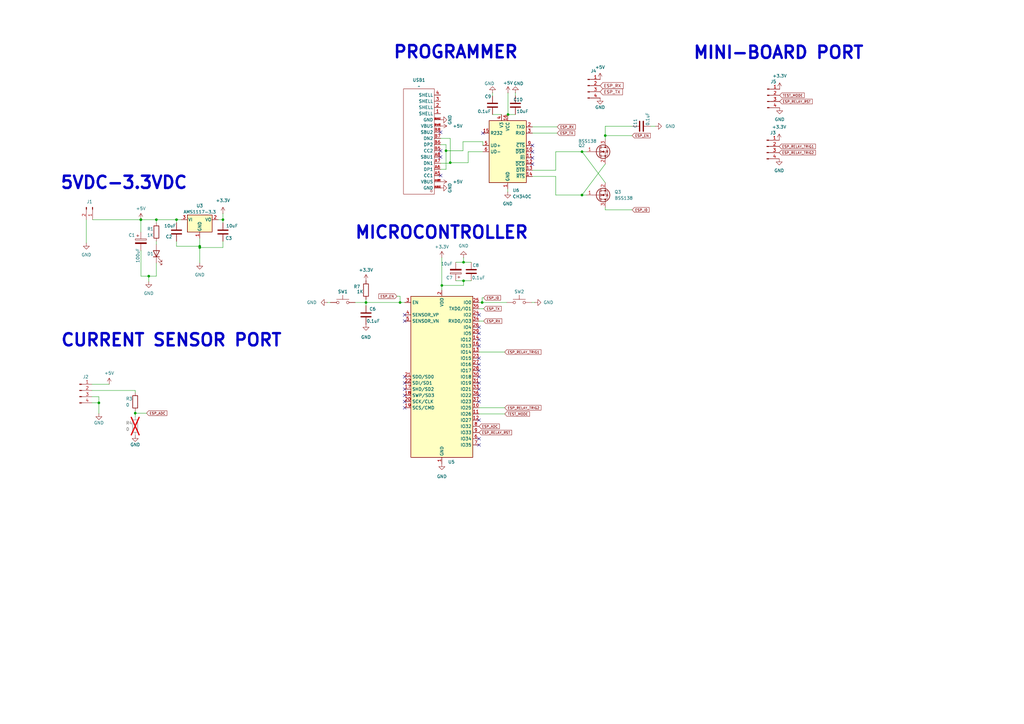
<source format=kicad_sch>
(kicad_sch (version 20250114) (generator "eeschema") (generator_version "9.0")
  (paper "A3")
  (lib_symbols
    (symbol "+5V_1" (power) (pin_numbers (hide yes)) (pin_names (offset 0) (hide yes))
      (property "Value" "+5V" (at 0 3.556 0))
      (symbol "+5V_1_0_1"
        (polyline (pts (xy -0.762 1.27) (xy 0 2.54)))
        (polyline (pts (xy 0 2.54) (xy 0.762 1.27)))
        (polyline (pts (xy 0 0) (xy 0 2.54)))
      )
      (symbol "+5V_1_1_1"
        (pin power_in line (at 0 0 90) (length 0) (name "~") (number "1"))
      )
    )
    (symbol "Connector:Conn_01x02_Pin" (pin_names (offset 1.016) (hide yes))
      (property "Reference" "J" (at 0 2.54 0))
      (property "Value" "Conn_01x02_Pin" (at 0 -5.08 0))
      (symbol "Conn_01x02_Pin_1_1"
        (rectangle (start 0.8636 0.127) (end 0 -0.127) (stroke (width 0.1524)) (fill (type outline)))
        (rectangle (start 0.8636 -2.413) (end 0 -2.667) (stroke (width 0.1524)) (fill (type outline)))
        (polyline (pts (xy 1.27 0) (xy 0.8636 0)) (stroke (width 0.1524)))
        (polyline (pts (xy 1.27 -2.54) (xy 0.8636 -2.54)) (stroke (width 0.1524)))
        (pin passive line (at 5.08 0 180) (length 3.81) (name "Pin_1") (number "1"))
        (pin passive line (at 5.08 -2.54 180) (length 3.81) (name "Pin_2") (number "2"))
      )
    )
    (symbol "Connector:Conn_01x04_Pin" (pin_names (offset 1.016) (hide yes))
      (property "Reference" "J" (at 0 5.08 0))
      (property "Value" "Conn_01x04_Pin" (at 0 -7.62 0))
      (symbol "Conn_01x04_Pin_1_1"
        (rectangle (start 0.8636 2.667) (end 0 2.413) (stroke (width 0.1524)) (fill (type outline)))
        (rectangle (start 0.8636 0.127) (end 0 -0.127) (stroke (width 0.1524)) (fill (type outline)))
        (rectangle (start 0.8636 -2.413) (end 0 -2.667) (stroke (width 0.1524)) (fill (type outline)))
        (rectangle (start 0.8636 -4.953) (end 0 -5.207) (stroke (width 0.1524)) (fill (type outline)))
        (polyline (pts (xy 1.27 2.54) (xy 0.8636 2.54)) (stroke (width 0.1524)))
        (polyline (pts (xy 1.27 0) (xy 0.8636 0)) (stroke (width 0.1524)))
        (polyline (pts (xy 1.27 -2.54) (xy 0.8636 -2.54)) (stroke (width 0.1524)))
        (polyline (pts (xy 1.27 -5.08) (xy 0.8636 -5.08)) (stroke (width 0.1524)))
        (pin passive line (at 5.08 2.54 180) (length 3.81) (name "Pin_1") (number "1"))
        (pin passive line (at 5.08 0 180) (length 3.81) (name "Pin_2") (number "2"))
        (pin passive line (at 5.08 -2.54 180) (length 3.81) (name "Pin_3") (number "3"))
        (pin passive line (at 5.08 -5.08 180) (length 3.81) (name "Pin_4") (number "4"))
      )
    )
    (symbol "Device:C" (pin_numbers (hide yes)) (pin_names (offset 0.254))
      (property "Reference" "C" (at 0.635 2.54 0))
      (property "Value" "C" (at 0.635 -2.54 0))
      (symbol "C_0_1"
        (polyline (pts (xy -2.032 0.762) (xy 2.032 0.762)) (stroke (width 0.508)))
        (polyline (pts (xy -2.032 -0.762) (xy 2.032 -0.762)) (stroke (width 0.508)))
      )
      (symbol "C_1_1"
        (pin passive line (at 0 3.81 270) (length 2.794) (name "~") (number "1"))
        (pin passive line (at 0 -3.81 90) (length 2.794) (name "~") (number "2"))
      )
    )
    (symbol "Device:C_Polarized" (pin_numbers (hide yes)) (pin_names (offset 0.254))
      (property "Reference" "C" (at 0.635 2.54 0))
      (property "Value" "C_Polarized" (at 0.635 -2.54 0))
      (symbol "C_Polarized_0_1"
        (rectangle (start -2.286 0.508) (end 2.286 1.016))
        (polyline (pts (xy -1.778 2.286) (xy -0.762 2.286)))
        (polyline (pts (xy -1.27 2.794) (xy -1.27 1.778)))
        (rectangle (start 2.286 -0.508) (end -2.286 -1.016) (fill (type outline)))
      )
      (symbol "C_Polarized_1_1"
        (pin passive line (at 0 3.81 270) (length 2.794) (name "~") (number "1"))
        (pin passive line (at 0 -3.81 90) (length 2.794) (name "~") (number "2"))
      )
    )
    (symbol "Device:LED" (pin_numbers (hide yes)) (pin_names (offset 1.016) (hide yes))
      (property "Reference" "D" (at 0 2.54 0))
      (property "Value" "LED" (at 0 -2.54 0))
      (symbol "LED_0_1"
        (polyline (pts (xy -3.048 -0.762) (xy -4.572 -2.286) (xy -3.81 -2.286) (xy -4.572 -2.286) (xy -4.572 -1.524)))
        (polyline (pts (xy -1.778 -0.762) (xy -3.302 -2.286) (xy -2.54 -2.286) (xy -3.302 -2.286) (xy -3.302 -1.524)))
        (polyline (pts (xy -1.27 0) (xy 1.27 0)))
        (polyline (pts (xy -1.27 -1.27) (xy -1.27 1.27)) (stroke (width 0.254)))
        (polyline (pts (xy 1.27 -1.27) (xy 1.27 1.27) (xy -1.27 0) (xy 1.27 -1.27)) (stroke (width 0.254)))
      )
      (symbol "LED_1_1"
        (pin passive line (at -3.81 0 0) (length 2.54) (name "K") (number "1"))
        (pin passive line (at 3.81 0 180) (length 2.54) (name "A") (number "2"))
      )
    )
    (symbol "Device:R" (pin_numbers (hide yes)) (pin_names (offset 0))
      (property "Reference" "R" (at 2.032 0 90))
      (property "Value" "R" (at 0 0 90))
      (symbol "R_0_1"
        (rectangle (start -1.016 -2.54) (end 1.016 2.54) (stroke (width 0.254)))
      )
      (symbol "R_1_1"
        (pin passive line (at 0 3.81 270) (length 1.27) (name "~") (number "1"))
        (pin passive line (at 0 -3.81 90) (length 1.27) (name "~") (number "2"))
      )
    )
    (symbol "EasyEDA_Lib:TYPE-C16PIN"
      (property "Reference" "USB" (at 0 0 0))
      (symbol "TYPE-C16PIN_1_0"
        (rectangle (start -6.35 -21.59) (end 6.35 21.59))
        (circle (center -5.08 20.32) (radius 0.381))
        (pin unspecified line (at -8.89 19.05 0) (length 2.54) (name "GND") (number "A1B12"))
        (pin unspecified line (at -8.89 16.51 0) (length 2.54) (name "VBUS") (number "A4B9"))
        (pin unspecified line (at -8.89 13.97 0) (length 2.54) (name "CC1") (number "A5"))
        (pin unspecified line (at -8.89 11.43 0) (length 2.54) (name "DP1") (number "A6"))
        (pin unspecified line (at -8.89 8.89 0) (length 2.54) (name "DN1") (number "A7"))
        (pin unspecified line (at -8.89 6.35 0) (length 2.54) (name "SBU1") (number "A8"))
        (pin unspecified line (at -8.89 3.81 0) (length 2.54) (name "CC2") (number "B5"))
        (pin unspecified line (at -8.89 1.27 0) (length 2.54) (name "DP2") (number "B6"))
        (pin unspecified line (at -8.89 -1.27 0) (length 2.54) (name "DN2") (number "B7"))
        (pin unspecified line (at -8.89 -3.81 0) (length 2.54) (name "SBU2") (number "B8"))
        (pin unspecified line (at -8.89 -6.35 0) (length 2.54) (name "VBUS") (number "B4A9"))
        (pin unspecified line (at -8.89 -8.89 0) (length 2.54) (name "GND") (number "B1A12"))
        (pin unspecified line (at -8.89 -11.43 0) (length 2.54) (name "SHELL") (number "1"))
        (pin unspecified line (at -8.89 -13.97 0) (length 2.54) (name "SHELL") (number "2"))
        (pin unspecified line (at -8.89 -16.51 0) (length 2.54) (name "SHELL") (number "3"))
        (pin unspecified line (at -8.89 -19.05 0) (length 2.54) (name "SHELL") (number "4"))
      )
    )
    (symbol "Interface_USB:CH340C"
      (property "Reference" "U" (at -5.08 13.97 0))
      (property "Value" "CH340C" (at 1.27 13.97 0))
      (symbol "CH340C_0_1"
        (rectangle (start -7.62 12.7) (end 7.62 -12.7) (stroke (width 0.254)) (fill (type background)))
      )
      (symbol "CH340C_1_1"
        (pin input line (at -10.16 7.62 0) (length 2.54) (name "R232") (number "15"))
        (pin bidirectional line (at -10.16 2.54 0) (length 2.54) (name "UD+") (number "5"))
        (pin bidirectional line (at -10.16 0 0) (length 2.54) (name "UD-") (number "6"))
        (pin no_connect line (at -7.62 -7.62 0) (length 2.54) (hide yes) (name "NC") (number "7"))
        (pin no_connect line (at -7.62 -10.16 0) (length 2.54) (hide yes) (name "NC") (number "8"))
        (pin passive line (at -2.54 15.24 270) (length 2.54) (name "V3") (number "4"))
        (pin power_in line (at 0 15.24 270) (length 2.54) (name "VCC") (number "16"))
        (pin power_in line (at 0 -15.24 90) (length 2.54) (name "GND") (number "1"))
        (pin output line (at 10.16 10.16 180) (length 2.54) (name "TXD") (number "2"))
        (pin input line (at 10.16 7.62 180) (length 2.54) (name "RXD") (number "3"))
        (pin input line (at 10.16 2.54 180) (length 2.54) (name "~{CTS}") (number "9"))
        (pin input line (at 10.16 0 180) (length 2.54) (name "~{DSR}") (number "10"))
        (pin input line (at 10.16 -2.54 180) (length 2.54) (name "~{RI}") (number "11"))
        (pin input line (at 10.16 -5.08 180) (length 2.54) (name "~{DCD}") (number "12"))
        (pin output line (at 10.16 -7.62 180) (length 2.54) (name "~{DTR}") (number "13"))
        (pin output line (at 10.16 -10.16 180) (length 2.54) (name "~{RTS}") (number "14"))
      )
    )
    (symbol "RF_Module:ESP32-WROOM-32"
      (property "Reference" "U" (at -12.7 34.29 0))
      (property "Value" "ESP32-WROOM-32" (at 1.27 34.29 0))
      (symbol "ESP32-WROOM-32_0_1"
        (rectangle (start -12.7 33.02) (end 12.7 -33.02) (stroke (width 0.254)) (fill (type background)))
      )
      (symbol "ESP32-WROOM-32_1_1"
        (pin input line (at -15.24 30.48 0) (length 2.54) (name "EN") (number "3"))
        (pin input line (at -15.24 25.4 0) (length 2.54) (name "SENSOR_VP") (number "4"))
        (pin input line (at -15.24 22.86 0) (length 2.54) (name "SENSOR_VN") (number "5"))
        (pin bidirectional line (at -15.24 0 0) (length 2.54) (name "SDO/SD0") (number "21"))
        (pin bidirectional line (at -15.24 -2.54 0) (length 2.54) (name "SDI/SD1") (number "22"))
        (pin bidirectional line (at -15.24 -5.08 0) (length 2.54) (name "SHD/SD2") (number "17"))
        (pin bidirectional line (at -15.24 -7.62 0) (length 2.54) (name "SWP/SD3") (number "18"))
        (pin bidirectional line (at -15.24 -10.16 0) (length 2.54) (name "SCK/CLK") (number "20"))
        (pin bidirectional line (at -15.24 -12.7 0) (length 2.54) (name "SCS/CMD") (number "19"))
        (pin no_connect line (at -12.7 -27.94 0) (length 2.54) (hide yes) (name "NC") (number "32"))
        (pin power_in line (at 0 35.56 270) (length 2.54) (name "VDD") (number "2"))
        (pin power_in line (at 0 -35.56 90) (length 2.54) (name "GND") (number "1"))
        (pin passive line (at 0 -35.56 90) (length 2.54) (hide yes) (name "GND") (number "15"))
        (pin passive line (at 0 -35.56 90) (length 2.54) (hide yes) (name "GND") (number "38"))
        (pin passive line (at 0 -35.56 90) (length 2.54) (hide yes) (name "GND") (number "39"))
        (pin bidirectional line (at 15.24 30.48 180) (length 2.54) (name "IO0") (number "25"))
        (pin bidirectional line (at 15.24 27.94 180) (length 2.54) (name "TXD0/IO1") (number "35"))
        (pin bidirectional line (at 15.24 25.4 180) (length 2.54) (name "IO2") (number "24"))
        (pin bidirectional line (at 15.24 22.86 180) (length 2.54) (name "RXD0/IO3") (number "34"))
        (pin bidirectional line (at 15.24 20.32 180) (length 2.54) (name "IO4") (number "26"))
        (pin bidirectional line (at 15.24 17.78 180) (length 2.54) (name "IO5") (number "29"))
        (pin bidirectional line (at 15.24 15.24 180) (length 2.54) (name "IO12") (number "14"))
        (pin bidirectional line (at 15.24 12.7 180) (length 2.54) (name "IO13") (number "16"))
        (pin bidirectional line (at 15.24 10.16 180) (length 2.54) (name "IO14") (number "13"))
        (pin bidirectional line (at 15.24 7.62 180) (length 2.54) (name "IO15") (number "23"))
        (pin bidirectional line (at 15.24 5.08 180) (length 2.54) (name "IO16") (number "27"))
        (pin bidirectional line (at 15.24 2.54 180) (length 2.54) (name "IO17") (number "28"))
        (pin bidirectional line (at 15.24 0 180) (length 2.54) (name "IO18") (number "30"))
        (pin bidirectional line (at 15.24 -2.54 180) (length 2.54) (name "IO19") (number "31"))
        (pin bidirectional line (at 15.24 -5.08 180) (length 2.54) (name "IO21") (number "33"))
        (pin bidirectional line (at 15.24 -7.62 180) (length 2.54) (name "IO22") (number "36"))
        (pin bidirectional line (at 15.24 -10.16 180) (length 2.54) (name "IO23") (number "37"))
        (pin bidirectional line (at 15.24 -12.7 180) (length 2.54) (name "IO25") (number "10"))
        (pin bidirectional line (at 15.24 -15.24 180) (length 2.54) (name "IO26") (number "11"))
        (pin bidirectional line (at 15.24 -17.78 180) (length 2.54) (name "IO27") (number "12"))
        (pin bidirectional line (at 15.24 -20.32 180) (length 2.54) (name "IO32") (number "8"))
        (pin bidirectional line (at 15.24 -22.86 180) (length 2.54) (name "IO33") (number "9"))
        (pin input line (at 15.24 -25.4 180) (length 2.54) (name "IO34") (number "6"))
        (pin input line (at 15.24 -27.94 180) (length 2.54) (name "IO35") (number "7"))
      )
    )
    (symbol "Regulator_Linear:AMS1117-3.3" (pin_names (offset 0.254))
      (property "Reference" "U" (at -3.81 3.175 0))
      (property "Value" "AMS1117-3.3" (at 0 3.175 0))
      (symbol "AMS1117-3.3_0_1"
        (rectangle (start -5.08 -5.08) (end 5.08 1.905) (stroke (width 0.254)) (fill (type background)))
      )
      (symbol "AMS1117-3.3_1_1"
        (pin power_in line (at -7.62 0 0) (length 2.54) (name "VI") (number "3"))
        (pin power_in line (at 0 -7.62 90) (length 2.54) (name "GND") (number "1"))
        (pin power_out line (at 7.62 0 180) (length 2.54) (name "VO") (number "2"))
      )
    )
    (symbol "Switch:SW_Push" (pin_numbers (hide yes)) (pin_names (offset 1.016) (hide yes))
      (property "Reference" "SW" (at 1.27 2.54 0))
      (property "Value" "SW_Push" (at 0 -1.524 0))
      (symbol "SW_Push_0_1"
        (circle (center -2.032 0) (radius 0.508))
        (polyline (pts (xy 0 1.27) (xy 0 3.048)))
        (circle (center 2.032 0) (radius 0.508))
        (polyline (pts (xy 2.54 1.27) (xy -2.54 1.27)))
        (pin passive line (at -5.08 0 0) (length 2.54) (name "1") (number "1"))
        (pin passive line (at 5.08 0 180) (length 2.54) (name "2") (number "2"))
      )
    )
    (symbol "Transistor_FET:BSS138" (pin_names (hide yes))
      (property "Reference" "Q" (at 5.08 1.905 0))
      (property "Value" "BSS138" (at 5.08 0 0))
      (symbol "BSS138_0_1"
        (polyline (pts (xy 0.254 1.905) (xy 0.254 -1.905)) (stroke (width 0.254)))
        (polyline (pts (xy 0.254 0) (xy -2.54 0)))
        (polyline (pts (xy 0.762 2.286) (xy 0.762 1.27)) (stroke (width 0.254)))
        (polyline (pts (xy 0.762 0.508) (xy 0.762 -0.508)) (stroke (width 0.254)))
        (polyline (pts (xy 0.762 -1.27) (xy 0.762 -2.286)) (stroke (width 0.254)))
        (polyline (pts (xy 0.762 -1.778) (xy 3.302 -1.778) (xy 3.302 1.778) (xy 0.762 1.778)))
        (polyline (pts (xy 1.016 0) (xy 2.032 0.381) (xy 2.032 -0.381) (xy 1.016 0)) (fill (type outline)))
        (circle (center 1.651 0) (radius 2.794) (stroke (width 0.254)))
        (polyline (pts (xy 2.54 2.54) (xy 2.54 1.778)))
        (circle (center 2.54 1.778) (radius 0.254) (fill (type outline)))
        (circle (center 2.54 -1.778) (radius 0.254) (fill (type outline)))
        (polyline (pts (xy 2.54 -2.54) (xy 2.54 0) (xy 0.762 0)))
        (polyline (pts (xy 2.794 0.508) (xy 2.921 0.381) (xy 3.683 0.381) (xy 3.81 0.254)))
        (polyline (pts (xy 3.302 0.381) (xy 2.921 -0.254) (xy 3.683 -0.254) (xy 3.302 0.381)))
      )
      (symbol "BSS138_1_1"
        (pin input line (at -5.08 0 0) (length 2.54) (name "G") (number "1"))
        (pin passive line (at 2.54 5.08 270) (length 2.54) (name "D") (number "3"))
        (pin passive line (at 2.54 -5.08 90) (length 2.54) (name "S") (number "2"))
      )
    )
    (symbol "power:+3.3V" (power) (pin_numbers (hide yes)) (pin_names (offset 0) (hide yes))
      (property "Value" "+3.3V" (at 0 3.556 0))
      (symbol "+3.3V_0_1"
        (polyline (pts (xy -0.762 1.27) (xy 0 2.54)))
        (polyline (pts (xy 0 2.54) (xy 0.762 1.27)))
        (polyline (pts (xy 0 0) (xy 0 2.54)))
      )
      (symbol "+3.3V_1_1"
        (pin power_in line (at 0 0 90) (length 0) (name "~") (number "1"))
      )
    )
    (symbol "power:+5V" (power) (pin_numbers (hide yes)) (pin_names (offset 0) (hide yes))
      (property "Value" "+5V" (at 0 3.556 0))
      (symbol "+5V_0_1"
        (polyline (pts (xy -0.762 1.27) (xy 0 2.54)))
        (polyline (pts (xy 0 2.54) (xy 0.762 1.27)))
        (polyline (pts (xy 0 0) (xy 0 2.54)))
      )
      (symbol "+5V_1_1"
        (pin power_in line (at 0 0 90) (length 0) (name "~") (number "1"))
      )
    )
    (symbol "power:GND" (power) (pin_numbers (hide yes)) (pin_names (offset 0) (hide yes))
      (property "Value" "GND" (at 0 -3.81 0))
      (symbol "GND_0_1"
        (polyline (pts (xy 0 0) (xy 0 -1.27) (xy 1.27 -1.27) (xy 0 -2.54) (xy -1.27 -1.27) (xy 0 -1.27)))
      )
      (symbol "GND_1_1"
        (pin power_in line (at 0 0 270) (length 0) (name "~") (number "1"))
      )
    )
  )
  (text "MICROCONTROLLER" (at 145.2602 98.3987 0) (effects (font (size 5 5) (thickness 1) (bold yes)) (justify left bottom)))
  (text "5VDC-3.3VDC\n" (at 24.4631 77.9764 0) (effects (font (size 5 5) (thickness 1) (bold yes)) (justify left bottom)))
  (text "MINI-BOARD PORT\n" (at 284.0341 24.637 0) (effects (font (size 5 5) (thickness 1) (bold yes)) (justify left bottom)))
  (text "CURRENT SENSOR PORT" (at 24.6484 142.559 0) (effects (font (size 5 5) (thickness 1) (bold yes)) (justify left bottom)))
  (text "PROGRAMMER\n" (at 161.0229 24.4093 0) (effects (font (size 5 5) (thickness 1) (bold yes)) (justify left bottom)))
  (junction (at 72.3943 90.0896))
  (junction (at 164.0809 124.065))
  (junction (at 61.0085 113.2494))
  (junction (at 57.7734 90.0896))
  (junction (at 238.7052 62.2097))
  (junction (at 248.2302 55.6057))
  (junction (at 182.9316 61.8093))
  (junction (at 150.1109 124.065))
  (junction (at 64.1393 90.0896))
  (junction (at 40.5655 165.2296))
  (junction (at 208.3522 46.9697))
  (junction (at 81.9193 101.5196))
  (junction (at 55.4518 169.4569))
  (junction (at 190.1159 107.555))
  (junction (at 181.2259 117.08))
  (junction (at 190.1159 115.175))
  (junction (at 57.7893 90.0896))
  (junction (at 81.9193 100.9995))
  (junction (at 91.4443 90.0896))
  (junction (at 197.7359 124.065))
  (junction (at 238.7052 79.9897))
  (junction (at 184.6666 66.7141))
  (no_connect (at 196.4659 179.945))
  (no_connect (at 196.4659 139.305))
  (no_connect (at 196.4659 146.925))
  (no_connect (at 196.4659 182.485))
  (no_connect (at 165.9859 154.545))
  (no_connect (at 196.4659 162.165))
  (no_connect (at 165.9859 129.145))
  (no_connect (at 180.7191 72.0081))
  (no_connect (at 165.9859 162.165))
  (no_connect (at 196.4659 159.625))
  (no_connect (at 180.7191 64.3881))
  (no_connect (at 196.4659 129.145))
  (no_connect (at 180.7191 61.8481))
  (no_connect (at 180.7191 54.2281))
  (no_connect (at 165.9859 159.625))
  (no_connect (at 165.9859 131.685))
  (no_connect (at 218.3852 62.2097))
  (no_connect (at 196.4659 154.545))
  (no_connect (at 198.0652 54.5897))
  (no_connect (at 218.3852 67.2897))
  (no_connect (at 165.9859 167.245))
  (no_connect (at 196.4659 152.005))
  (no_connect (at 196.4659 172.325))
  (no_connect (at 196.4659 134.225))
  (no_connect (at 165.9859 157.085))
  (no_connect (at 196.4659 136.765))
  (no_connect (at 218.3852 64.7497))
  (no_connect (at 218.3852 59.6697))
  (no_connect (at 196.4659 164.705))
  (no_connect (at 165.9859 164.705))
  (no_connect (at 196.4659 149.465))
  (no_connect (at 196.4659 157.085))
  (no_connect (at 196.4659 141.845))
  (wire (pts (xy 227.9102 62.2097) (xy 227.9102 69.8297)))
  (wire (pts (xy 189.8967 58.0957) (xy 198.0652 58.0957)))
  (wire (pts (xy 208.3522 46.9697) (xy 208.2252 46.9697)))
  (wire (pts (xy 190.1159 117.08) (xy 181.2259 117.08)))
  (wire (pts (xy 81.9193 97.7096) (xy 81.9193 100.9995)))
  (wire (pts (xy 198.3709 122.16) (xy 197.7359 122.16)))
  (wire (pts (xy 218.3852 54.5897) (xy 228.5452 54.5897)))
  (wire (pts (xy 248.2302 74.9097) (xy 238.7052 62.2097)))
  (wire (pts (xy 202.0022 46.9697) (xy 205.6852 46.9697)))
  (wire (pts (xy 81.9193 100.9995) (xy 81.9193 101.5196)))
  (wire (pts (xy 37.6908 160.1496) (xy 55.4518 160.1496)))
  (wire (pts (xy 196.4659 144.385) (xy 207.0078 144.385)))
  (wire (pts (xy 207.0492 169.785) (xy 196.4659 169.785)))
  (wire (pts (xy 40.5655 165.2296) (xy 40.5655 169.6028)))
  (wire (pts (xy 164.0809 121.525) (xy 164.0809 124.065)))
  (wire (pts (xy 61.0085 115.4801) (xy 61.0085 113.2494)))
  (wire (pts (xy 182.9316 69.4681) (xy 180.7191 69.4681)))
  (wire (pts (xy 57.7734 90.0896) (xy 57.7893 90.0896)))
  (wire (pts (xy 190.1159 115.175) (xy 190.1159 117.08)))
  (wire (pts (xy 219.3259 124.065) (xy 218.0559 124.065)))
  (wire (pts (xy 35.4201 99.6707) (xy 35.4201 90.0896)))
  (wire (pts (xy 81.9193 101.5196) (xy 81.9193 107.8696)))
  (wire (pts (xy 64.1393 90.0896) (xy 72.3943 90.0896)))
  (wire (pts (xy 196.4659 126.605) (xy 198.3709 126.605)))
  (wire (pts (xy 40.5655 162.6896) (xy 40.5655 165.2296)))
  (wire (pts (xy 145.6659 124.065) (xy 150.1109 124.065)))
  (wire (pts (xy 150.1109 124.065) (xy 150.1109 125.335)))
  (wire (pts (xy 227.9102 79.9897) (xy 238.7052 79.9897)))
  (wire (pts (xy 238.7052 79.9897) (xy 240.6102 79.9897)))
  (wire (pts (xy 208.3522 38.0797) (xy 208.3522 46.9697)))
  (wire (pts (xy 91.4443 101.5196) (xy 81.9193 101.5196)))
  (wire (pts (xy 37.6908 157.6096) (xy 44.8001 157.6096)))
  (wire (pts (xy 150.1109 122.795) (xy 150.1109 124.065)))
  (wire (pts (xy 64.1393 90.0896) (xy 64.1393 91.3596)))
  (wire (pts (xy 37.6908 162.6896) (xy 40.5655 162.6896)))
  (wire (pts (xy 57.7893 102.7896) (xy 57.8238 102.7896)))
  (wire (pts (xy 248.2302 51.7957) (xy 248.2302 55.6057)))
  (wire (pts (xy 189.8967 58.0957) (xy 189.8967 61.8093)))
  (wire (pts (xy 191.9987 62.2097) (xy 191.9987 66.7141)))
  (wire (pts (xy 89.5393 90.0896) (xy 91.4443 90.0896)))
  (wire (pts (xy 211.4002 46.9697) (xy 208.3522 46.9697)))
  (wire (pts (xy 218.3852 69.8297) (xy 227.9102 69.8297)))
  (wire (pts (xy 91.4443 98.9796) (xy 91.4443 101.5196)))
  (wire (pts (xy 91.4443 87.5496) (xy 91.4443 90.0896)))
  (wire (pts (xy 190.1159 115.175) (xy 193.2909 115.175)))
  (wire (pts (xy 208.2252 77.4497) (xy 208.2252 78.7197)))
  (wire (pts (xy 198.0652 58.0957) (xy 198.0652 59.6697)))
  (wire (pts (xy 197.7359 124.065) (xy 196.4659 124.065)))
  (wire (pts (xy 248.2302 86.0857) (xy 248.2302 85.0697)))
  (wire (pts (xy 72.3943 98.9796) (xy 72.3943 100.9995)))
  (wire (pts (xy 72.3943 90.0896) (xy 74.2993 90.0896)))
  (wire (pts (xy 186.9409 107.555) (xy 190.1159 107.555)))
  (wire (pts (xy 57.8238 102.7896) (xy 57.8238 113.2494)))
  (wire (pts (xy 266.8992 51.7957) (xy 268.8042 51.7957)))
  (wire (pts (xy 196.4659 131.685) (xy 198.3709 131.685)))
  (wire (pts (xy 55.4518 168.6218) (xy 55.4518 169.4569)))
  (wire (pts (xy 227.9102 62.2097) (xy 238.7052 62.2097)))
  (wire (pts (xy 57.7893 95.1696) (xy 57.7893 90.0896)))
  (wire (pts (xy 248.2302 67.2897) (xy 238.7052 79.9897)))
  (wire (pts (xy 248.2302 55.6057) (xy 259.2792 55.6057)))
  (wire (pts (xy 37.6908 165.2296) (xy 40.5655 165.2296)))
  (wire (pts (xy 248.2302 86.0857) (xy 259.2792 86.0857)))
  (wire (pts (xy 259.2792 51.7957) (xy 248.2302 51.7957)))
  (wire (pts (xy 227.9102 72.3697) (xy 227.9102 79.9897)))
  (wire (pts (xy 182.9316 61.8093) (xy 182.9316 69.4681)))
  (wire (pts (xy 248.2302 55.6057) (xy 248.2302 57.1297)))
  (wire (pts (xy 189.8967 61.8093) (xy 182.9316 61.8093)))
  (wire (pts (xy 181.2259 117.08) (xy 181.2259 118.985)))
  (wire (pts (xy 182.9316 59.3081) (xy 182.9316 61.8093)))
  (wire (pts (xy 134.2359 124.065) (xy 135.5059 124.065)))
  (wire (pts (xy 238.7052 62.2097) (xy 240.6102 62.2097)))
  (wire (pts (xy 61.0085 113.2494) (xy 64.1393 113.2494)))
  (wire (pts (xy 91.4443 90.0896) (xy 91.4443 91.3596)))
  (wire (pts (xy 57.8238 113.2494) (xy 61.0085 113.2494)))
  (wire (pts (xy 218.3852 52.0497) (xy 228.5452 52.0497)))
  (wire (pts (xy 55.4518 160.1496) (xy 55.4518 161.0018)))
  (wire (pts (xy 190.1159 105.65) (xy 190.1159 107.555)))
  (wire (pts (xy 197.7359 122.16) (xy 197.7359 124.065)))
  (wire (pts (xy 184.6666 66.7141) (xy 184.6666 66.9281)))
  (wire (pts (xy 57.7893 90.0896) (xy 64.1393 90.0896)))
  (wire (pts (xy 180.7191 56.7681) (xy 184.6666 56.7681)))
  (wire (pts (xy 196.4659 167.245) (xy 207.0078 167.245)))
  (wire (pts (xy 202.0022 38.0797) (xy 202.0022 39.3497)))
  (wire (pts (xy 37.9601 90.0896) (xy 57.7734 90.0896)))
  (wire (pts (xy 191.9987 66.7141) (xy 184.6666 66.7141)))
  (wire (pts (xy 181.2259 105.65) (xy 181.2259 117.08)))
  (wire (pts (xy 218.3852 72.3697) (xy 227.9102 72.3697)))
  (wire (pts (xy 184.6666 66.9281) (xy 180.7191 66.9281)))
  (wire (pts (xy 72.3943 90.0896) (xy 72.3943 91.3596)))
  (wire (pts (xy 186.9409 115.175) (xy 190.1159 115.175)))
  (wire (pts (xy 60.1069 169.4569) (xy 55.4518 169.4569)))
  (wire (pts (xy 64.1393 107.8696) (xy 64.1393 113.2494)))
  (wire (pts (xy 190.1159 107.555) (xy 193.2909 107.555)))
  (wire (pts (xy 162.8109 121.525) (xy 164.0809 121.525)))
  (wire (pts (xy 191.9987 62.2097) (xy 198.0652 62.2097)))
  (wire (pts (xy 64.1393 98.9796) (xy 64.1393 100.2496)))
  (wire (pts (xy 207.8959 124.065) (xy 197.7359 124.065)))
  (wire (pts (xy 150.1109 124.065) (xy 164.0809 124.065)))
  (wire (pts (xy 164.0809 124.065) (xy 165.9859 124.065)))
  (wire (pts (xy 55.4518 169.4569) (xy 55.4518 170.9491)))
  (wire (pts (xy 211.4002 39.3497) (xy 211.4002 38.0797)))
  (wire (pts (xy 184.6666 56.7681) (xy 184.6666 66.7141)))
  (wire (pts (xy 180.7191 59.3081) (xy 182.9316 59.3081)))
  (wire (pts (xy 72.3943 100.9995) (xy 81.9193 100.9995)))
  (global_label "ESP_RX" (shape input) (at 246.1267 35.1175 0) (property "Intersheetrefs" "${INTERSHEET_REFS}" (effects (hide yes))))
  (global_label "ESP_I0" (shape input) (at 259.2792 86.0857 0) (effects (font (size 1 1))) (property "Intersheetrefs" "${INTERSHEET_REFS}" (effects (hide yes))))
  (global_label "ESP_RX" (shape input) (at 198.3709 131.685 0) (effects (font (size 1 1))) (property "Intersheetrefs" "${INTERSHEET_REFS}" (effects (hide yes))))
  (global_label "ESP_EN" (shape input) (at 162.8109 121.525 180) (effects (font (size 1 1))) (property "Intersheetrefs" "${INTERSHEET_REFS}" (effects (hide yes))))
  (global_label "ESP_EN" (shape input) (at 259.2792 55.6057 0) (effects (font (size 1 1))) (property "Intersheetrefs" "${INTERSHEET_REFS}" (effects (hide yes))))
  (global_label "ESP_TX" (shape input) (at 228.5452 54.5897 0) (effects (font (size 1 1))) (property "Intersheetrefs" "${INTERSHEET_REFS}" (effects (hide yes))))
  (global_label "ESP_ADC" (shape input) (at 196.4659 174.865 0) (effects (font (size 1 1))) (property "Intersheetrefs" "${INTERSHEET_REFS}" (effects (hide yes))))
  (global_label "ESP_RELAY_TRIG2" (shape input) (at 207.0078 167.245 0) (effects (font (size 1 1))) (property "Intersheetrefs" "${INTERSHEET_REFS}" (effects (hide yes))))
  (global_label "TEST_MODE" (shape input) (at 207.0492 169.785 0) (effects (font (size 1 1))) (property "Intersheetrefs" "${INTERSHEET_REFS}" (effects (hide yes))))
  (global_label "ESP_RELAY_RST" (shape input) (at 196.4659 177.405 0) (effects (font (size 1 1))) (property "Intersheetrefs" "${INTERSHEET_REFS}" (effects (hide yes))))
  (global_label "ESP_RELAY_TRIG2" (shape input) (at 319.5763 62.5957 0) (effects (font (size 1 1))) (property "Intersheetrefs" "${INTERSHEET_REFS}" (effects (hide yes))))
  (global_label "ESP_RELAY_TRIG1" (shape input) (at 319.5763 60.0557 0) (effects (font (size 1 1))) (property "Intersheetrefs" "${INTERSHEET_REFS}" (effects (hide yes))))
  (global_label "ESP_TX" (shape input) (at 246.1267 37.6575 0) (property "Intersheetrefs" "${INTERSHEET_REFS}" (effects (hide yes))))
  (global_label "ESP_RELAY_TRIG1" (shape input) (at 207.0078 144.385 0) (effects (font (size 1 1))) (property "Intersheetrefs" "${INTERSHEET_REFS}" (effects (hide yes))))
  (global_label "ESP_TX" (shape input) (at 198.3709 126.605 0) (effects (font (size 1 1))) (property "Intersheetrefs" "${INTERSHEET_REFS}" (effects (hide yes))))
  (global_label "TEST_MODE" (shape input) (at 319.7668 39.0906 0) (effects (font (size 1 1))) (property "Intersheetrefs" "${INTERSHEET_REFS}" (effects (hide yes))))
  (global_label "ESP_I0" (shape input) (at 198.3709 122.16 0) (effects (font (size 1 1))) (property "Intersheetrefs" "${INTERSHEET_REFS}" (effects (hide yes))))
  (global_label "ESP_RELAY_RST" (shape input) (at 319.7668 41.6306 0) (effects (font (size 1 1))) (property "Intersheetrefs" "${INTERSHEET_REFS}" (effects (hide yes))))
  (global_label "ESP_RX" (shape input) (at 228.5452 52.0497 0) (effects (font (size 1 1))) (property "Intersheetrefs" "${INTERSHEET_REFS}" (effects (hide yes))))
  (global_label "ESP_ADC" (shape input) (at 60.1069 169.4569 0) (effects (font (size 1 1))) (property "Intersheetrefs" "${INTERSHEET_REFS}" (effects (hide yes))))
  (symbol (lib_id "Switch:SW_Push") (at 212.9759 124.065 0) (unit 1)
    (property "Reference" "SW2" (at 212.9759 119.62 0))
    (property "Value" "SW_Push" (effects (hide yes)))
    (property "Footprint" "Connector_PinHeader_1.27mm:PinHeader_1x02_P1.27mm_Vertical" (effects (hide yes)))
  )
  (symbol (lib_id "power:GND") (at 150.1109 132.955 0) (unit 1)
    (property "Reference" "#PWR018" (effects (hide yes)))
    (property "Value" "GND" (at 150.1109 138.289 0))
    (property "Description" "Power symbol creates a global label with name \"GND\" , ground" (effects (hide yes)))
  )
  (symbol (lib_id "power:GND") (at 61.0085 115.4801 0) (unit 1)
    (property "Reference" "#PWR03" (effects (hide yes)))
    (property "Value" "GND" (at 61.0085 120.3061 0))
    (property "Description" "Power symbol creates a global label with name \"GND\" , ground" (effects (hide yes)))
  )
  (symbol (lib_id "Connector:Conn_01x02_Pin") (at 37.9601 85.0096 270) (unit 1)
    (property "Reference" "J1" (at 35.5346 82.7215 90) (effects (justify left)))
    (property "Value" "Conn_01x02_Pin" (effects (hide yes)))
    (property "Footprint" "Connector_PinHeader_2.54mm:PinHeader_1x02_P2.54mm_Vertical" (effects (hide yes)))
    (property "Description" "Generic connector, single row, 01x02, script generated" (effects (hide yes)))
  )
  (symbol (lib_id "power:GND") (at 181.2259 190.105 0) (unit 1)
    (property "Reference" "#PWR024" (effects (hide yes)))
    (property "Value" "GND" (at 181.2259 195.439 0))
    (property "Description" "Power symbol creates a global label with name \"GND\" , ground" (effects (hide yes)))
  )
  (symbol (lib_id "Connector:Conn_01x04_Pin") (at 314.6868 39.0906 0) (unit 1)
    (property "Reference" "J5" (at 317.2226 33.4851 0))
    (property "Value" "Conn_01x04_Pin" (effects (hide yes)))
    (property "Footprint" "Connector_PinSocket_1.27mm:PinSocket_1x04_P1.27mm_Vertical" (effects (hide yes)))
    (property "Description" "Generic connector, single row, 01x04, script generated" (effects (hide yes)))
  )
  (symbol (lib_id "Transistor_FET:BSS138") (at 245.6902 62.2097 0) (unit 1)
    (property "Reference" "Q2" (at 237.1812 59.6697 0) (effects (justify left)))
    (property "Value" "BSS138" (at 237.1812 57.8917 0) (effects (justify left)))
    (property "Footprint" "Package_TO_SOT_SMD:SOT-23" (effects (hide yes)))
    (property "Datasheet" "https://www.onsemi.com/pub/Collateral/BSS138-D.PDF" (effects (hide yes)))
    (property "LCSC" "C426569" (effects (hide yes)))
  )
  (symbol (lib_id "Device:R") (at 55.4518 174.7591 0) (unit 1) (dnp yes)
    (property "Reference" "R4" (at 51.6418 173.4891 0) (effects (justify left)))
    (property "Value" "0" (at 51.6418 176.0291 0) (effects (justify left)))
    (property "Footprint" "Resistor_SMD:R_0603_1608Metric_Pad0.98x0.95mm_HandSolder" (effects (hide yes)))
    (property "LCSC" "C95177" (effects (hide yes)))
  )
  (symbol (lib_name "+5V_1") (lib_id "power:+5V") (at 44.8001 157.6096 0) (unit 1)
    (property "Reference" "#PWR05" (effects (hide yes)))
    (property "Value" "+5V" (at 44.8001 153.0376 0))
    (property "Description" "Power symbol creates a global label with name \"+5V\"" (effects (hide yes)))
  )
  (symbol (lib_id "Device:C") (at 193.2909 111.365 180) (unit 1)
    (property "Reference" "C8" (at 196.4659 108.825 0) (effects (justify left)))
    (property "Value" "0.1uF" (at 199.0059 113.905 0) (effects (justify left)))
    (property "Footprint" "Capacitor_SMD:C_0805_2012Metric_Pad1.18x1.45mm_HandSolder" (effects (hide yes)))
    (property "LCSC" "C49678" (effects (hide yes)))
  )
  (symbol (lib_id "Device:C") (at 91.4443 95.1696 0) (mirror x) (unit 1)
    (property "Reference" "C3" (at 92.4603 97.7096 0) (effects (justify left)))
    (property "Value" "10uF" (at 92.7143 92.6296 0) (effects (justify left)))
    (property "Footprint" "Capacitor_SMD:C_0603_1608Metric" (effects (hide yes)))
    (property "LCSC" "C92487" (effects (hide yes)))
  )
  (symbol (lib_id "power:GND") (at 319.7668 44.1706 0) (unit 1)
    (property "Reference" "#PWR039" (effects (hide yes)))
    (property "Value" "GND" (at 319.7668 48.9966 0))
    (property "Description" "Power symbol creates a global label with name \"GND\" , ground" (effects (hide yes)))
  )
  (symbol (lib_id "power:GND") (at 202.0022 38.0797 180) (unit 1)
    (property "Reference" "#PWR026" (effects (hide yes)))
    (property "Value" "GND" (at 200.7322 34.2697 0))
    (property "Description" "Power symbol creates a global label with name \"GND\" , ground" (effects (hide yes)))
  )
  (symbol (lib_id "power:GND") (at 211.4002 38.0797 180) (unit 1)
    (property "Reference" "#PWR029" (effects (hide yes)))
    (property "Value" "GND" (at 212.6702 34.2697 0))
    (property "Description" "Power symbol creates a global label with name \"GND\" , ground" (effects (hide yes)))
  )
  (symbol (lib_id "Device:R") (at 55.4518 164.8118 0) (unit 1)
    (property "Reference" "R3" (at 51.6418 163.5418 0) (effects (justify left)))
    (property "Value" "0" (at 51.6418 166.0818 0) (effects (justify left)))
    (property "Footprint" "Resistor_SMD:R_0603_1608Metric_Pad0.98x0.95mm_HandSolder" (effects (hide yes)))
    (property "LCSC" "C95177" (effects (hide yes)))
  )
  (symbol (lib_id "Device:C") (at 211.4002 43.1597 180) (unit 1)
    (property "Reference" "C10" (at 214.4482 40.8737 0) (effects (justify left)))
    (property "Value" "10uF" (at 216.7342 45.6997 0) (effects (justify left)))
    (property "Footprint" "Capacitor_SMD:C_0805_2012Metric_Pad1.18x1.45mm_HandSolder" (effects (hide yes)))
    (property "LCSC" "C15850" (effects (hide yes)))
  )
  (symbol (lib_id "power:GND") (at 180.7191 77.0881 90) (unit 1)
    (property "Reference" "#PWR022" (effects (hide yes)))
    (property "Value" "GND" (at 184.5291 77.0881 0))
    (property "Description" "Power symbol creates a global label with name \"GND\" , ground" (effects (hide yes)))
  )
  (symbol (lib_id "Transistor_FET:BSS138") (at 245.6902 79.9897 0) (mirror x) (unit 1)
    (property "Reference" "Q3" (at 252.0402 78.7196 0) (effects (justify left)))
    (property "Value" "BSS138" (at 252.0402 81.2596 0) (effects (justify left)))
    (property "Footprint" "Package_TO_SOT_SMD:SOT-23" (effects (hide yes)))
    (property "Datasheet" "https://www.onsemi.com/pub/Collateral/BSS138-D.PDF" (effects (hide yes)))
    (property "LCSC" "C426569" (effects (hide yes)))
  )
  (symbol (lib_id "Device:C") (at 202.0022 43.1597 180) (unit 1)
    (property "Reference" "C9" (at 201.4942 39.6037 0) (effects (justify left)))
    (property "Value" "0.1uF" (at 201.3672 45.6997 0) (effects (justify left)))
    (property "Footprint" "Capacitor_SMD:C_0805_2012Metric_Pad1.18x1.45mm_HandSolder" (effects (hide yes)))
    (property "LCSC" "C49678" (effects (hide yes)))
  )
  (symbol (lib_id "power:+3.3V") (at 91.4443 87.5496 0) (unit 1)
    (property "Reference" "#PWR09" (effects (hide yes)))
    (property "Value" "+3.3V" (at 91.4443 82.2156 0))
    (property "Description" "Power symbol creates a global label with name \"+3.3V\"" (effects (hide yes)))
  )
  (symbol (lib_id "power:GND") (at 190.1159 105.65 180) (unit 1)
    (property "Reference" "#PWR025" (effects (hide yes)))
    (property "Value" "GND" (at 190.1159 100.824 0))
    (property "Description" "Power symbol creates a global label with name \"GND\" , ground" (effects (hide yes)))
  )
  (symbol (lib_id "power:GND") (at 55.4518 178.5691 0) (unit 1)
    (property "Reference" "#PWR07" (effects (hide yes)))
    (property "Value" "GND" (at 55.4518 182.3791 0))
    (property "Description" "Power symbol creates a global label with name \"GND\" , ground" (effects (hide yes)))
  )
  (symbol (lib_id "power:GND") (at 319.5763 65.1357 0) (unit 1)
    (property "Reference" "#PWR010" (effects (hide yes)))
    (property "Value" "GND" (at 319.5763 69.9617 0))
    (property "Description" "Power symbol creates a global label with name \"GND\" , ground" (effects (hide yes)))
  )
  (symbol (lib_id "Device:C_Polarized") (at 57.7893 98.9796 0) (unit 1)
    (property "Reference" "C1" (at 52.7093 96.4396 0) (effects (justify left)))
    (property "Value" "100uF" (at 56.5193 107.8696 90) (effects (justify left)))
    (property "Footprint" "Capacitor_SMD:C_0805_2012Metric_Pad1.18x1.45mm_HandSolder" (effects (hide yes)))
    (property "LCSC" "C141660" (effects (hide yes)))
  )
  (symbol (lib_id "power:GND") (at 219.3259 124.065 90) (unit 1)
    (property "Reference" "#PWR031" (effects (hide yes)))
    (property "Value" "GND" (at 222.8819 124.0649 90) (effects (justify right)))
    (property "Description" "Power symbol creates a global label with name \"GND\" , ground" (effects (hide yes)))
  )
  (symbol (lib_id "Connector:Conn_01x04_Pin") (at 241.0467 35.1175 0) (unit 1)
    (property "Reference" "J4" (at 243.4365 29.1158 0))
    (property "Value" "Conn_01x04_Pin" (effects (hide yes)))
    (property "Footprint" "Connector_PinSocket_1.27mm:PinSocket_1x04_P1.27mm_Vertical" (effects (hide yes)))
    (property "Description" "Generic connector, single row, 01x04, script generated" (effects (hide yes)))
  )
  (symbol (lib_id "Interface_USB:CH340C") (at 208.2252 62.2097 0) (unit 1)
    (property "Reference" "U6" (at 210.2446 78.0847 0) (effects (justify left)))
    (property "Value" "CH340C" (at 210.2446 80.6247 0) (effects (justify left)))
    (property "Footprint" "Package_SO:SOP-16_3.9x9.9mm_P1.27mm" (effects (hide yes)))
    (property "Datasheet" "https://datasheet.lcsc.com/szlcsc/Jiangsu-Qin-Heng-CH340C_C84681.pdf" (effects (hide yes)))
    (property "LCSC" "C84681" (effects (hide yes)))
  )
  (symbol (lib_id "Device:C") (at 72.3943 95.1696 0) (mirror x) (unit 1)
    (property "Reference" "C2" (at 67.9493 97.0746 0) (effects (justify left)))
    (property "Value" "10uF" (at 67.3143 92.6296 0) (effects (justify left)))
    (property "Footprint" "Capacitor_SMD:C_0603_1608Metric" (effects (hide yes)))
    (property "LCSC" "C92487" (effects (hide yes)))
  )
  (symbol (lib_id "Device:C") (at 263.0892 51.7957 270) (unit 1)
    (property "Reference" "C11" (at 260.5492 48.6207 0) (effects (justify left)))
    (property "Value" "0.1uF" (at 265.6292 46.0807 0) (effects (justify left)))
    (property "Footprint" "Capacitor_SMD:C_0603_1608Metric" (effects (hide yes)))
    (property "LCSC" "C14663" (effects (hide yes)))
  )
  (symbol (lib_id "power:GND") (at 246.1267 40.1975 0) (unit 1)
    (property "Reference" "#PWR036" (effects (hide yes)))
    (property "Value" "GND" (at 246.1267 44.0075 0))
    (property "Description" "Power symbol creates a global label with name \"GND\" , ground" (effects (hide yes)))
  )
  (symbol (lib_id "power:+3.3V") (at 319.5763 57.5157 0) (unit 1)
    (property "Reference" "#PWR02" (effects (hide yes)))
    (property "Value" "+3.3V" (at 319.5763 52.0801 0))
    (property "Description" "Power symbol creates a global label with name \"+3.3V\"" (effects (hide yes)))
  )
  (symbol (lib_id "power:GND") (at 268.8042 51.7957 90) (unit 1)
    (property "Reference" "#PWR037" (effects (hide yes)))
    (property "Value" "GND" (at 272.8682 51.7956 90) (effects (justify right)))
    (property "Description" "Power symbol creates a global label with name \"GND\" , ground" (effects (hide yes)))
  )
  (symbol (lib_id "Connector:Conn_01x04_Pin") (at 314.4963 60.0557 0) (unit 1)
    (property "Reference" "J3" (at 317.0321 54.4502 0))
    (property "Value" "Conn_01x04_Pin" (effects (hide yes)))
    (property "Footprint" "Connector_PinSocket_1.27mm:PinSocket_1x04_P1.27mm_Vertical" (effects (hide yes)))
    (property "Description" "Generic connector, single row, 01x04, script generated" (effects (hide yes)))
  )
  (symbol (lib_id "power:GND") (at 134.2359 124.065 270) (unit 1)
    (property "Reference" "#PWR016" (effects (hide yes)))
    (property "Value" "GND" (at 129.9179 124.0649 90) (effects (justify right)))
    (property "Description" "Power symbol creates a global label with name \"GND\" , ground" (effects (hide yes)))
  )
  (symbol (lib_id "power:+3.3V") (at 150.1109 115.175 0) (unit 1)
    (property "Reference" "#PWR017" (effects (hide yes)))
    (property "Value" "+3.3V" (at 150.1109 110.73 0))
  )
  (symbol (lib_id "EasyEDA_Lib:TYPE-C16PIN") (at 171.8291 58.0381 180) (unit 1)
    (property "Reference" "USB1" (at 171.8291 32.8412 0))
    (property "Value" "~" (at 171.8291 35.3812 0))
    (property "Footprint" "EasyEDA_Lib:USB-C-SMD_TYPE-C16PIN" (effects (hide yes)))
    (property "Datasheet" "https://item.szlcsc.com/datasheet/TYPE-C16PIN/372551.html" (effects (hide yes)))
    (property "Description" "Connector Type:Type-C Protocol Standard:USB 3.1 Gender:Female Mounting Type:Surface Mount, Right Angle Number of Contacts:16P Number of Ports:1 Current Rating-Power:3A Voltage Rating:30V Connect-Disconnect Life:10,000 Cycles Detection color:Black Operatin" (effects (hide yes)))
    (property "Manufacturer Part" "TYPE-C16PIN" (effects (hide yes)))
    (property "Manufacturer" "SHOU HAN(首韩)" (effects (hide yes)))
    (property "Supplier Part" "C393939" (effects (hide yes)))
    (property "Supplier" "LCSC" (effects (hide yes)))
    (property "LCSC Part Name" "Type-C 母 卧贴" (effects (hide yes)))
    (property "LCSC" "C393939" (effects (hide yes)))
  )
  (symbol (lib_id "Device:C") (at 150.1109 129.145 180) (unit 1)
    (property "Reference" "C6" (at 154.1749 126.732 0) (effects (justify left)))
    (property "Value" "0.1uF" (at 155.8259 131.685 0) (effects (justify left)))
    (property "Footprint" "Capacitor_SMD:C_0603_1608Metric" (effects (hide yes)))
    (property "LCSC" "C14663" (effects (hide yes)))
  )
  (symbol (lib_id "power:GND") (at 40.5655 169.6028 0) (unit 1)
    (property "Reference" "#PWR04" (effects (hide yes)))
    (property "Value" "GND" (at 40.5655 173.4128 0))
    (property "Description" "Power symbol creates a global label with name \"GND\" , ground" (effects (hide yes)))
  )
  (symbol (lib_id "Regulator_Linear:AMS1117-3.3") (at 81.9193 90.0896 0) (unit 1)
    (property "Reference" "U3" (at 81.9193 84.3746 0))
    (property "Value" "AMS1117-3.3" (at 81.9193 86.9146 0))
    (property "Footprint" "Package_TO_SOT_SMD:SOT-223-3_TabPin2" (effects (hide yes)))
    (property "Datasheet" "http://www.advanced-monolithic.com/pdf/ds1117.pdf" (effects (hide yes)))
    (property "LCSC" "C6186" (effects (hide yes)))
  )
  (symbol (lib_id "power:+3.3V") (at 319.7668 36.5506 0) (unit 1)
    (property "Reference" "#PWR038" (effects (hide yes)))
    (property "Value" "+3.3V" (at 319.7668 31.115 0))
    (property "Description" "Power symbol creates a global label with name \"+3.3V\"" (effects (hide yes)))
  )
  (symbol (lib_id "Switch:SW_Push") (at 140.5859 124.065 0) (unit 1)
    (property "Reference" "SW1" (at 140.5859 119.62 0))
    (property "Value" "SW_Push" (effects (hide yes)))
    (property "Footprint" "Connector_PinHeader_1.27mm:PinHeader_1x02_P1.27mm_Vertical" (effects (hide yes)))
  )
  (symbol (lib_id "power:+3.3V") (at 181.2259 105.65 0) (unit 1)
    (property "Reference" "#PWR023" (effects (hide yes)))
    (property "Value" "+3.3V" (at 181.2259 101.205 0))
  )
  (symbol (lib_id "power:+5V") (at 180.7191 51.6881 270) (mirror x) (unit 1)
    (property "Reference" "#PWR020" (effects (hide yes)))
    (property "Value" "+5V" (at 185.6839 51.688 90) (effects (justify left)))
    (property "Description" "Power symbol creates a global label with name \"+5V\"" (effects (hide yes)))
  )
  (symbol (lib_id "Connector:Conn_01x04_Pin") (at 32.6108 160.1496 0) (unit 1)
    (property "Reference" "J2" (at 35.1466 154.5441 0))
    (property "Value" "Conn_01x04_Pin" (effects (hide yes)))
    (property "Footprint" "Connector_PinSocket_1.27mm:PinSocket_1x04_P1.27mm_Vertical" (effects (hide yes)))
    (property "Description" "Generic connector, single row, 01x04, script generated" (effects (hide yes)))
  )
  (symbol (lib_id "power:GND") (at 81.9193 107.8696 0) (unit 1)
    (property "Reference" "#PWR06" (effects (hide yes)))
    (property "Value" "GND" (at 81.9193 112.6956 0))
    (property "Description" "Power symbol creates a global label with name \"GND\" , ground" (effects (hide yes)))
  )
  (symbol (lib_id "RF_Module:ESP32-WROOM-32") (at 181.2259 154.545 0) (unit 1)
    (property "Reference" "U5" (at 183.7659 189.47 0) (effects (justify left)))
    (property "Value" "ESP32-WROOM-32" (effects (hide yes)))
    (property "Footprint" "RF_Module:ESP32-WROOM-32" (effects (hide yes)))
    (property "Datasheet" "https://www.espressif.com/sites/default/files/documentation/esp32-wroom-32_datasheet_en.pdf" (effects (hide yes)))
    (property "LCSC" "C529577" (effects (hide yes)))
  )
  (symbol (lib_id "power:+5V") (at 246.1267 32.5775 0) (mirror y) (unit 1)
    (property "Reference" "#PWR035" (effects (hide yes)))
    (property "Value" "+5V" (at 246.1267 27.586 0))
    (property "Description" "Power symbol creates a global label with name \"+5V\"" (effects (hide yes)))
  )
  (symbol (lib_name "+5V_1") (lib_id "power:+5V") (at 57.7734 90.0896 0) (unit 1)
    (property "Reference" "#PWR01" (effects (hide yes)))
    (property "Value" "+5V" (at 57.7734 85.5176 0))
    (property "Description" "Power symbol creates a global label with name \"+5V\"" (effects (hide yes)))
  )
  (symbol (lib_id "power:GND") (at 35.4201 99.6707 0) (unit 1)
    (property "Reference" "#PWR08" (effects (hide yes)))
    (property "Value" "GND" (at 35.4201 104.4967 0))
    (property "Description" "Power symbol creates a global label with name \"GND\" , ground" (effects (hide yes)))
  )
  (symbol (lib_id "power:GND") (at 208.2252 78.7197 0) (unit 1)
    (property "Reference" "#PWR027" (effects (hide yes)))
    (property "Value" "GND" (at 208.2252 83.5457 0))
    (property "Description" "Power symbol creates a global label with name \"GND\" , ground" (effects (hide yes)))
  )
  (symbol (lib_id "Device:LED") (at 64.1393 104.0596 90) (unit 1)
    (property "Reference" "D1" (at 60.3293 104.0596 90) (effects (justify right)))
    (property "Value" "LED" (effects (hide yes)))
    (property "Footprint" "LED_SMD:LED_0805_2012Metric_Pad1.15x1.40mm_HandSolder" (effects (hide yes)))
    (property "LCSC" "C2297" (effects (hide yes)))
  )
  (symbol (lib_id "Device:C_Polarized") (at 186.9409 111.365 180) (unit 1)
    (property "Reference" "C7" (at 185.6709 113.905 0) (effects (justify left)))
    (property "Value" "10uF" (at 185.6709 108.19 0) (effects (justify left)))
    (property "Footprint" "Capacitor_SMD:C_0603_1608Metric" (effects (hide yes)))
    (property "LCSC" "C92487" (effects (hide yes)))
  )
  (symbol (lib_id "Device:R") (at 150.1109 118.985 0) (unit 1)
    (property "Reference" "R7" (at 145.0309 117.588 0) (effects (justify left)))
    (property "Value" "1K" (at 146.3009 119.62 0) (effects (justify left)))
    (property "Footprint" "Resistor_SMD:R_0603_1608Metric_Pad0.98x0.95mm_HandSolder" (effects (hide yes)))
    (property "LCSC" "C21190" (effects (hide yes)))
  )
  (symbol (lib_id "Device:R") (at 64.1393 95.1696 0) (unit 1)
    (property "Reference" "R1" (at 60.3293 93.8996 0) (effects (justify left)))
    (property "Value" "1K" (at 60.3293 96.4396 0) (effects (justify left)))
    (property "Footprint" "Resistor_SMD:R_0603_1608Metric_Pad0.98x0.95mm_HandSolder" (effects (hide yes)))
    (property "LCSC" "C21190" (effects (hide yes)))
  )
  (symbol (lib_id "power:+5V") (at 180.7191 74.5481 270) (mirror x) (unit 1)
    (property "Reference" "#PWR021" (effects (hide yes)))
    (property "Value" "+5V" (at 185.6839 74.548 90) (effects (justify left)))
    (property "Description" "Power symbol creates a global label with name \"+5V\"" (effects (hide yes)))
  )
  (symbol (lib_id "power:GND") (at 180.7191 49.1481 90) (unit 1)
    (property "Reference" "#PWR019" (effects (hide yes)))
    (property "Value" "GND" (at 184.5291 49.1481 0))
    (property "Description" "Power symbol creates a global label with name \"GND\" , ground" (effects (hide yes)))
  )
  (symbol (lib_name "+5V_1") (lib_id "power:+5V") (at 208.3522 38.0797 0) (unit 1)
    (property "Reference" "#PWR028" (effects (hide yes)))
    (property "Value" "+5V" (at 208.3522 34.0157 0))
    (property "Description" "Power symbol creates a global label with name \"+5V\"" (effects (hide yes)))
  )
)
</source>
